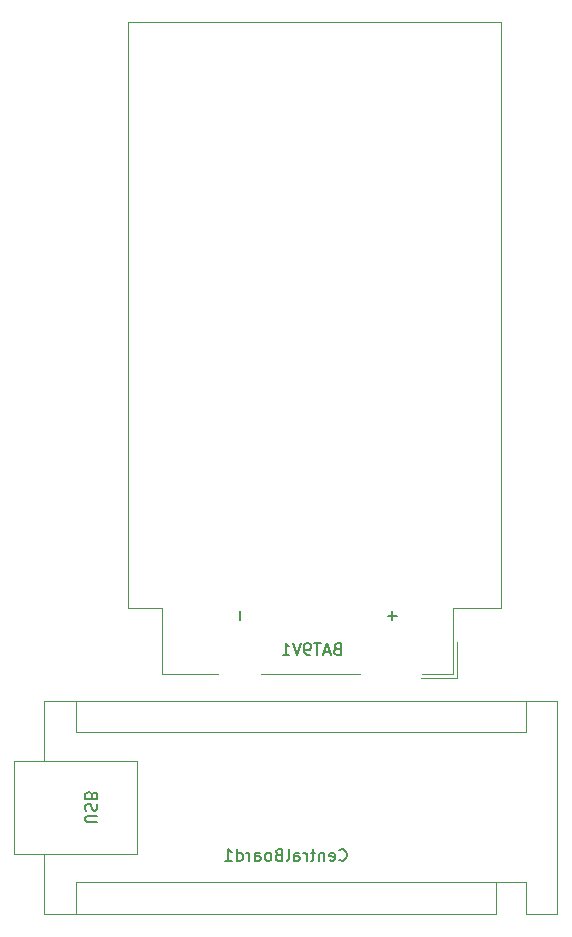
<source format=gbr>
%TF.GenerationSoftware,KiCad,Pcbnew,8.0.2*%
%TF.CreationDate,2024-05-08T14:27:53+01:00*%
%TF.ProjectId,Left_Controller_PCB_Bluetooth,4c656674-5f43-46f6-9e74-726f6c6c6572,V01*%
%TF.SameCoordinates,Original*%
%TF.FileFunction,Legend,Bot*%
%TF.FilePolarity,Positive*%
%FSLAX46Y46*%
G04 Gerber Fmt 4.6, Leading zero omitted, Abs format (unit mm)*
G04 Created by KiCad (PCBNEW 8.0.2) date 2024-05-08 14:27:53*
%MOMM*%
%LPD*%
G01*
G04 APERTURE LIST*
%ADD10C,0.150000*%
%ADD11C,0.120000*%
G04 APERTURE END LIST*
D10*
X148186210Y-140415180D02*
X148233829Y-140462800D01*
X148233829Y-140462800D02*
X148376686Y-140510419D01*
X148376686Y-140510419D02*
X148471924Y-140510419D01*
X148471924Y-140510419D02*
X148614781Y-140462800D01*
X148614781Y-140462800D02*
X148710019Y-140367561D01*
X148710019Y-140367561D02*
X148757638Y-140272323D01*
X148757638Y-140272323D02*
X148805257Y-140081847D01*
X148805257Y-140081847D02*
X148805257Y-139938990D01*
X148805257Y-139938990D02*
X148757638Y-139748514D01*
X148757638Y-139748514D02*
X148710019Y-139653276D01*
X148710019Y-139653276D02*
X148614781Y-139558038D01*
X148614781Y-139558038D02*
X148471924Y-139510419D01*
X148471924Y-139510419D02*
X148376686Y-139510419D01*
X148376686Y-139510419D02*
X148233829Y-139558038D01*
X148233829Y-139558038D02*
X148186210Y-139605657D01*
X147376686Y-140462800D02*
X147471924Y-140510419D01*
X147471924Y-140510419D02*
X147662400Y-140510419D01*
X147662400Y-140510419D02*
X147757638Y-140462800D01*
X147757638Y-140462800D02*
X147805257Y-140367561D01*
X147805257Y-140367561D02*
X147805257Y-139986609D01*
X147805257Y-139986609D02*
X147757638Y-139891371D01*
X147757638Y-139891371D02*
X147662400Y-139843752D01*
X147662400Y-139843752D02*
X147471924Y-139843752D01*
X147471924Y-139843752D02*
X147376686Y-139891371D01*
X147376686Y-139891371D02*
X147329067Y-139986609D01*
X147329067Y-139986609D02*
X147329067Y-140081847D01*
X147329067Y-140081847D02*
X147805257Y-140177085D01*
X146900495Y-139843752D02*
X146900495Y-140510419D01*
X146900495Y-139938990D02*
X146852876Y-139891371D01*
X146852876Y-139891371D02*
X146757638Y-139843752D01*
X146757638Y-139843752D02*
X146614781Y-139843752D01*
X146614781Y-139843752D02*
X146519543Y-139891371D01*
X146519543Y-139891371D02*
X146471924Y-139986609D01*
X146471924Y-139986609D02*
X146471924Y-140510419D01*
X146138590Y-139843752D02*
X145757638Y-139843752D01*
X145995733Y-139510419D02*
X145995733Y-140367561D01*
X145995733Y-140367561D02*
X145948114Y-140462800D01*
X145948114Y-140462800D02*
X145852876Y-140510419D01*
X145852876Y-140510419D02*
X145757638Y-140510419D01*
X145424304Y-140510419D02*
X145424304Y-139843752D01*
X145424304Y-140034228D02*
X145376685Y-139938990D01*
X145376685Y-139938990D02*
X145329066Y-139891371D01*
X145329066Y-139891371D02*
X145233828Y-139843752D01*
X145233828Y-139843752D02*
X145138590Y-139843752D01*
X144376685Y-140510419D02*
X144376685Y-139986609D01*
X144376685Y-139986609D02*
X144424304Y-139891371D01*
X144424304Y-139891371D02*
X144519542Y-139843752D01*
X144519542Y-139843752D02*
X144710018Y-139843752D01*
X144710018Y-139843752D02*
X144805256Y-139891371D01*
X144376685Y-140462800D02*
X144471923Y-140510419D01*
X144471923Y-140510419D02*
X144710018Y-140510419D01*
X144710018Y-140510419D02*
X144805256Y-140462800D01*
X144805256Y-140462800D02*
X144852875Y-140367561D01*
X144852875Y-140367561D02*
X144852875Y-140272323D01*
X144852875Y-140272323D02*
X144805256Y-140177085D01*
X144805256Y-140177085D02*
X144710018Y-140129466D01*
X144710018Y-140129466D02*
X144471923Y-140129466D01*
X144471923Y-140129466D02*
X144376685Y-140081847D01*
X143757637Y-140510419D02*
X143852875Y-140462800D01*
X143852875Y-140462800D02*
X143900494Y-140367561D01*
X143900494Y-140367561D02*
X143900494Y-139510419D01*
X143043351Y-139986609D02*
X142900494Y-140034228D01*
X142900494Y-140034228D02*
X142852875Y-140081847D01*
X142852875Y-140081847D02*
X142805256Y-140177085D01*
X142805256Y-140177085D02*
X142805256Y-140319942D01*
X142805256Y-140319942D02*
X142852875Y-140415180D01*
X142852875Y-140415180D02*
X142900494Y-140462800D01*
X142900494Y-140462800D02*
X142995732Y-140510419D01*
X142995732Y-140510419D02*
X143376684Y-140510419D01*
X143376684Y-140510419D02*
X143376684Y-139510419D01*
X143376684Y-139510419D02*
X143043351Y-139510419D01*
X143043351Y-139510419D02*
X142948113Y-139558038D01*
X142948113Y-139558038D02*
X142900494Y-139605657D01*
X142900494Y-139605657D02*
X142852875Y-139700895D01*
X142852875Y-139700895D02*
X142852875Y-139796133D01*
X142852875Y-139796133D02*
X142900494Y-139891371D01*
X142900494Y-139891371D02*
X142948113Y-139938990D01*
X142948113Y-139938990D02*
X143043351Y-139986609D01*
X143043351Y-139986609D02*
X143376684Y-139986609D01*
X142233827Y-140510419D02*
X142329065Y-140462800D01*
X142329065Y-140462800D02*
X142376684Y-140415180D01*
X142376684Y-140415180D02*
X142424303Y-140319942D01*
X142424303Y-140319942D02*
X142424303Y-140034228D01*
X142424303Y-140034228D02*
X142376684Y-139938990D01*
X142376684Y-139938990D02*
X142329065Y-139891371D01*
X142329065Y-139891371D02*
X142233827Y-139843752D01*
X142233827Y-139843752D02*
X142090970Y-139843752D01*
X142090970Y-139843752D02*
X141995732Y-139891371D01*
X141995732Y-139891371D02*
X141948113Y-139938990D01*
X141948113Y-139938990D02*
X141900494Y-140034228D01*
X141900494Y-140034228D02*
X141900494Y-140319942D01*
X141900494Y-140319942D02*
X141948113Y-140415180D01*
X141948113Y-140415180D02*
X141995732Y-140462800D01*
X141995732Y-140462800D02*
X142090970Y-140510419D01*
X142090970Y-140510419D02*
X142233827Y-140510419D01*
X141043351Y-140510419D02*
X141043351Y-139986609D01*
X141043351Y-139986609D02*
X141090970Y-139891371D01*
X141090970Y-139891371D02*
X141186208Y-139843752D01*
X141186208Y-139843752D02*
X141376684Y-139843752D01*
X141376684Y-139843752D02*
X141471922Y-139891371D01*
X141043351Y-140462800D02*
X141138589Y-140510419D01*
X141138589Y-140510419D02*
X141376684Y-140510419D01*
X141376684Y-140510419D02*
X141471922Y-140462800D01*
X141471922Y-140462800D02*
X141519541Y-140367561D01*
X141519541Y-140367561D02*
X141519541Y-140272323D01*
X141519541Y-140272323D02*
X141471922Y-140177085D01*
X141471922Y-140177085D02*
X141376684Y-140129466D01*
X141376684Y-140129466D02*
X141138589Y-140129466D01*
X141138589Y-140129466D02*
X141043351Y-140081847D01*
X140567160Y-140510419D02*
X140567160Y-139843752D01*
X140567160Y-140034228D02*
X140519541Y-139938990D01*
X140519541Y-139938990D02*
X140471922Y-139891371D01*
X140471922Y-139891371D02*
X140376684Y-139843752D01*
X140376684Y-139843752D02*
X140281446Y-139843752D01*
X139519541Y-140510419D02*
X139519541Y-139510419D01*
X139519541Y-140462800D02*
X139614779Y-140510419D01*
X139614779Y-140510419D02*
X139805255Y-140510419D01*
X139805255Y-140510419D02*
X139900493Y-140462800D01*
X139900493Y-140462800D02*
X139948112Y-140415180D01*
X139948112Y-140415180D02*
X139995731Y-140319942D01*
X139995731Y-140319942D02*
X139995731Y-140034228D01*
X139995731Y-140034228D02*
X139948112Y-139938990D01*
X139948112Y-139938990D02*
X139900493Y-139891371D01*
X139900493Y-139891371D02*
X139805255Y-139843752D01*
X139805255Y-139843752D02*
X139614779Y-139843752D01*
X139614779Y-139843752D02*
X139519541Y-139891371D01*
X138519541Y-140510419D02*
X139090969Y-140510419D01*
X138805255Y-140510419D02*
X138805255Y-139510419D01*
X138805255Y-139510419D02*
X138900493Y-139653276D01*
X138900493Y-139653276D02*
X138995731Y-139748514D01*
X138995731Y-139748514D02*
X139090969Y-139796133D01*
X127697580Y-137253504D02*
X126888057Y-137253504D01*
X126888057Y-137253504D02*
X126792819Y-137205885D01*
X126792819Y-137205885D02*
X126745200Y-137158266D01*
X126745200Y-137158266D02*
X126697580Y-137063028D01*
X126697580Y-137063028D02*
X126697580Y-136872552D01*
X126697580Y-136872552D02*
X126745200Y-136777314D01*
X126745200Y-136777314D02*
X126792819Y-136729695D01*
X126792819Y-136729695D02*
X126888057Y-136682076D01*
X126888057Y-136682076D02*
X127697580Y-136682076D01*
X126745200Y-136253504D02*
X126697580Y-136110647D01*
X126697580Y-136110647D02*
X126697580Y-135872552D01*
X126697580Y-135872552D02*
X126745200Y-135777314D01*
X126745200Y-135777314D02*
X126792819Y-135729695D01*
X126792819Y-135729695D02*
X126888057Y-135682076D01*
X126888057Y-135682076D02*
X126983295Y-135682076D01*
X126983295Y-135682076D02*
X127078533Y-135729695D01*
X127078533Y-135729695D02*
X127126152Y-135777314D01*
X127126152Y-135777314D02*
X127173771Y-135872552D01*
X127173771Y-135872552D02*
X127221390Y-136063028D01*
X127221390Y-136063028D02*
X127269009Y-136158266D01*
X127269009Y-136158266D02*
X127316628Y-136205885D01*
X127316628Y-136205885D02*
X127411866Y-136253504D01*
X127411866Y-136253504D02*
X127507104Y-136253504D01*
X127507104Y-136253504D02*
X127602342Y-136205885D01*
X127602342Y-136205885D02*
X127649961Y-136158266D01*
X127649961Y-136158266D02*
X127697580Y-136063028D01*
X127697580Y-136063028D02*
X127697580Y-135824933D01*
X127697580Y-135824933D02*
X127649961Y-135682076D01*
X127221390Y-134920171D02*
X127173771Y-134777314D01*
X127173771Y-134777314D02*
X127126152Y-134729695D01*
X127126152Y-134729695D02*
X127030914Y-134682076D01*
X127030914Y-134682076D02*
X126888057Y-134682076D01*
X126888057Y-134682076D02*
X126792819Y-134729695D01*
X126792819Y-134729695D02*
X126745200Y-134777314D01*
X126745200Y-134777314D02*
X126697580Y-134872552D01*
X126697580Y-134872552D02*
X126697580Y-135253504D01*
X126697580Y-135253504D02*
X127697580Y-135253504D01*
X127697580Y-135253504D02*
X127697580Y-134920171D01*
X127697580Y-134920171D02*
X127649961Y-134824933D01*
X127649961Y-134824933D02*
X127602342Y-134777314D01*
X127602342Y-134777314D02*
X127507104Y-134729695D01*
X127507104Y-134729695D02*
X127411866Y-134729695D01*
X127411866Y-134729695D02*
X127316628Y-134777314D01*
X127316628Y-134777314D02*
X127269009Y-134824933D01*
X127269009Y-134824933D02*
X127221390Y-134920171D01*
X127221390Y-134920171D02*
X127221390Y-135253504D01*
X147999047Y-122557077D02*
X147856190Y-122604696D01*
X147856190Y-122604696D02*
X147808571Y-122652315D01*
X147808571Y-122652315D02*
X147760952Y-122747553D01*
X147760952Y-122747553D02*
X147760952Y-122890410D01*
X147760952Y-122890410D02*
X147808571Y-122985648D01*
X147808571Y-122985648D02*
X147856190Y-123033268D01*
X147856190Y-123033268D02*
X147951428Y-123080887D01*
X147951428Y-123080887D02*
X148332380Y-123080887D01*
X148332380Y-123080887D02*
X148332380Y-122080887D01*
X148332380Y-122080887D02*
X147999047Y-122080887D01*
X147999047Y-122080887D02*
X147903809Y-122128506D01*
X147903809Y-122128506D02*
X147856190Y-122176125D01*
X147856190Y-122176125D02*
X147808571Y-122271363D01*
X147808571Y-122271363D02*
X147808571Y-122366601D01*
X147808571Y-122366601D02*
X147856190Y-122461839D01*
X147856190Y-122461839D02*
X147903809Y-122509458D01*
X147903809Y-122509458D02*
X147999047Y-122557077D01*
X147999047Y-122557077D02*
X148332380Y-122557077D01*
X147379999Y-122795172D02*
X146903809Y-122795172D01*
X147475237Y-123080887D02*
X147141904Y-122080887D01*
X147141904Y-122080887D02*
X146808571Y-123080887D01*
X146618094Y-122080887D02*
X146046666Y-122080887D01*
X146332380Y-123080887D02*
X146332380Y-122080887D01*
X145665713Y-123080887D02*
X145475237Y-123080887D01*
X145475237Y-123080887D02*
X145379999Y-123033268D01*
X145379999Y-123033268D02*
X145332380Y-122985648D01*
X145332380Y-122985648D02*
X145237142Y-122842791D01*
X145237142Y-122842791D02*
X145189523Y-122652315D01*
X145189523Y-122652315D02*
X145189523Y-122271363D01*
X145189523Y-122271363D02*
X145237142Y-122176125D01*
X145237142Y-122176125D02*
X145284761Y-122128506D01*
X145284761Y-122128506D02*
X145379999Y-122080887D01*
X145379999Y-122080887D02*
X145570475Y-122080887D01*
X145570475Y-122080887D02*
X145665713Y-122128506D01*
X145665713Y-122128506D02*
X145713332Y-122176125D01*
X145713332Y-122176125D02*
X145760951Y-122271363D01*
X145760951Y-122271363D02*
X145760951Y-122509458D01*
X145760951Y-122509458D02*
X145713332Y-122604696D01*
X145713332Y-122604696D02*
X145665713Y-122652315D01*
X145665713Y-122652315D02*
X145570475Y-122699934D01*
X145570475Y-122699934D02*
X145379999Y-122699934D01*
X145379999Y-122699934D02*
X145284761Y-122652315D01*
X145284761Y-122652315D02*
X145237142Y-122604696D01*
X145237142Y-122604696D02*
X145189523Y-122509458D01*
X144903808Y-122080887D02*
X144570475Y-123080887D01*
X144570475Y-123080887D02*
X144237142Y-122080887D01*
X143379999Y-123080887D02*
X143951427Y-123080887D01*
X143665713Y-123080887D02*
X143665713Y-122080887D01*
X143665713Y-122080887D02*
X143760951Y-122223744D01*
X143760951Y-122223744D02*
X143856189Y-122318982D01*
X143856189Y-122318982D02*
X143951427Y-122366601D01*
X139773866Y-119362847D02*
X139773866Y-120124752D01*
X152653866Y-119362847D02*
X152653866Y-120124752D01*
X153034819Y-119743799D02*
X152272914Y-119743799D01*
D11*
%TO.C,CentralBoard1*%
X120672400Y-132051600D02*
X131092400Y-132051600D01*
X120672400Y-139931600D02*
X120672400Y-132051600D01*
X123212400Y-132051600D02*
X123212400Y-126971600D01*
X123212400Y-139931600D02*
X123212400Y-145011600D01*
X123212400Y-145011600D02*
X161442400Y-145011600D01*
X125882400Y-126971600D02*
X125882400Y-129641600D01*
X125882400Y-129641600D02*
X163982400Y-129641600D01*
X125882400Y-142341600D02*
X161442400Y-142341600D01*
X125882400Y-145011600D02*
X125882400Y-142341600D01*
X131092400Y-132051600D02*
X131092400Y-139931600D01*
X131092400Y-139931600D02*
X120672400Y-139931600D01*
X161442400Y-145011600D02*
X161442400Y-142341600D01*
X163982400Y-126971600D02*
X163982400Y-129641600D01*
X163982400Y-142341600D02*
X161442400Y-142341600D01*
X163982400Y-145011600D02*
X163982400Y-142341600D01*
X163982400Y-145011600D02*
X166652400Y-145011600D01*
X166652400Y-126971600D02*
X123212400Y-126971600D01*
X166652400Y-145011600D02*
X166652400Y-126971600D01*
%TO.C,BAT9V1*%
X130300000Y-119086068D02*
X130300000Y-69526068D01*
X133200000Y-119086068D02*
X130300000Y-119086068D01*
X133200000Y-124686068D02*
X133200000Y-119086068D01*
X137880000Y-124686068D02*
X133200000Y-124686068D01*
X141580000Y-124686068D02*
X149930000Y-124686068D01*
X155130000Y-125026068D02*
X158130000Y-125026068D01*
X155230000Y-124686068D02*
X157790000Y-124686068D01*
X157790000Y-119086068D02*
X161890000Y-119086068D01*
X157790000Y-124686068D02*
X157790000Y-119086068D01*
X158130000Y-122026068D02*
X158130000Y-125026068D01*
X161890000Y-69526068D02*
X130300000Y-69526068D01*
X161890000Y-119086068D02*
X161890000Y-69526068D01*
%TD*%
M02*

</source>
